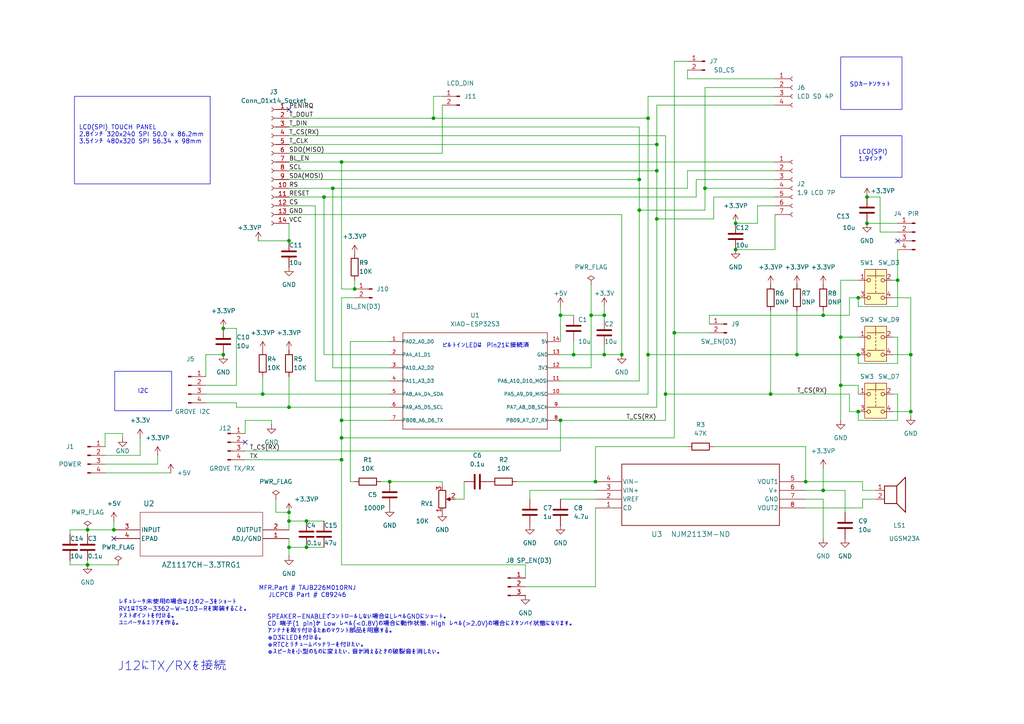
<source format=kicad_sch>
(kicad_sch (version 20250114) (generator "eeschema") (generator_version "9.0")
  (paper "A4")
  (title_block (title "piyopiyo-pcb") (date "2025-11-30") (rev "1.7") (company "piyopiyo.ex"))
  (lib_symbols
    (symbol "2024-02-19_05-27-28:NJM2113M-ND" (pin_names (offset 0.254))
      (property "Reference" "U" (at 30.48 10.16 0))
      (property "Value" "NJM2113M-ND" (at 30.48 7.62 0))
      (symbol "NJM2113M-ND_0_1"
        (pin unspecified line (at 0 0 0) (length 7.62) (name "CD") (number "1"))
        (pin power_in line (at 0 -2.54 0) (length 7.62) (name "VREF") (number "2"))
        (pin input line (at 0 -5.08 0) (length 7.62) (name "VIN+") (number "3"))
        (pin input line (at 0 -7.62 0) (length 7.62) (name "VIN-") (number "4"))
        (pin output line (at 60.96 0 180) (length 7.62) (name "VOUT2") (number "8"))
        (pin power_in line (at 60.96 -2.54 180) (length 7.62) (name "GND") (number "7"))
        (pin power_in line (at 60.96 -5.08 180) (length 7.62) (name "V+") (number "6"))
        (pin output line (at 60.96 -7.62 180) (length 7.62) (name "VOUT1") (number "5"))
      )
    )
    (symbol "2024-02-19_08-13-11:AZ1117CH-3.3TRG1" (pin_names (offset 0.254))
      (property "Reference" "U" (at 25.4 10.16 0))
      (property "Value" "AZ1117CH-3.3TRG1" (at 25.4 7.62 0))
      (symbol "AZ1117CH-3.3TRG1_0_1"
        (pin bidirectional line (at 0 0 0) (length 7.62) (name "ADJ/GND") (number "1"))
        (pin output line (at 0 -2.54 0) (length 7.62) (name "OUTPUT") (number "2"))
        (pin unspecified line (at 50.8 0 180) (length 7.62) (name "EPAD") (number "4"))
        (pin input line (at 50.8 -2.54 180) (length 7.62) (name "INPUT") (number "3"))
      )
    )
    (symbol "Connector:Conn_01x02_Pin" (pin_names (offset 1.016) (hide yes))
      (property "Reference" "J" (at 0 2.54 0))
      (property "Value" "Conn_01x02_Pin" (at 0 -5.08 0))
      (symbol "Conn_01x02_Pin_1_1"
        (pin passive line (at 5.08 0 180) (length 3.81) (name "Pin_1") (number "1"))
        (pin passive line (at 5.08 -2.54 180) (length 3.81) (name "Pin_2") (number "2"))
      )
    )
    (symbol "Connector:Conn_01x03_Pin" (pin_names (offset 1.016) (hide yes))
      (property "Reference" "J" (at 0 5.08 0))
      (property "Value" "Conn_01x03_Pin" (at 0 -5.08 0))
      (symbol "Conn_01x03_Pin_1_1"
        (pin passive line (at 5.08 2.54 180) (length 3.81) (name "Pin_1") (number "1"))
        (pin passive line (at 5.08 0 180) (length 3.81) (name "Pin_2") (number "2"))
        (pin passive line (at 5.08 -2.54 180) (length 3.81) (name "Pin_3") (number "3"))
      )
    )
    (symbol "Connector:Conn_01x04_Pin" (pin_names (offset 1.016) (hide yes))
      (property "Reference" "J" (at 0 5.08 0))
      (property "Value" "Conn_01x04_Pin" (at 0 -7.62 0))
      (symbol "Conn_01x04_Pin_1_1"
        (pin passive line (at 5.08 2.54 180) (length 3.81) (name "Pin_1") (number "1"))
        (pin passive line (at 5.08 0 180) (length 3.81) (name "Pin_2") (number "2"))
        (pin passive line (at 5.08 -2.54 180) (length 3.81) (name "Pin_3") (number "3"))
        (pin passive line (at 5.08 -5.08 180) (length 3.81) (name "Pin_4") (number "4"))
      )
    )
    (symbol "Connector:Conn_01x04_Socket" (pin_names (offset 1.016) (hide yes))
      (property "Reference" "J" (at 0 5.08 0))
      (property "Value" "Conn_01x04_Socket" (at 0 -7.62 0))
      (symbol "Conn_01x04_Socket_1_1"
        (pin passive line (at -5.08 2.54 0) (length 3.81) (name "Pin_1") (number "1"))
        (pin passive line (at -5.08 0 0) (length 3.81) (name "Pin_2") (number "2"))
        (pin passive line (at -5.08 -2.54 0) (length 3.81) (name "Pin_3") (number "3"))
        (pin passive line (at -5.08 -5.08 0) (length 3.81) (name "Pin_4") (number "4"))
      )
    )
    (symbol "Connector:Conn_01x07_Socket" (pin_names (offset 1.016) (hide yes))
      (property "Reference" "J" (at 0 10.16 0))
      (property "Value" "Conn_01x07_Socket" (at 0 -10.16 0))
      (symbol "Conn_01x07_Socket_1_1"
        (pin passive line (at -5.08 7.62 0) (length 3.81) (name "Pin_1") (number "1"))
        (pin passive line (at -5.08 5.08 0) (length 3.81) (name "Pin_2") (number "2"))
        (pin passive line (at -5.08 2.54 0) (length 3.81) (name "Pin_3") (number "3"))
        (pin passive line (at -5.08 0 0) (length 3.81) (name "Pin_4") (number "4"))
        (pin passive line (at -5.08 -2.54 0) (length 3.81) (name "Pin_5") (number "5"))
        (pin passive line (at -5.08 -5.08 0) (length 3.81) (name "Pin_6") (number "6"))
        (pin passive line (at -5.08 -7.62 0) (length 3.81) (name "Pin_7") (number "7"))
      )
    )
    (symbol "Connector:Conn_01x14_Socket" (pin_names (offset 1.016) (hide yes))
      (property "Reference" "J" (at 0 17.78 0))
      (property "Value" "Conn_01x14_Socket" (at 0 -20.32 0))
      (symbol "Conn_01x14_Socket_1_1"
        (pin passive line (at -5.08 15.24 0) (length 3.81) (name "Pin_1") (number "1"))
        (pin passive line (at -5.08 12.7 0) (length 3.81) (name "Pin_2") (number "2"))
        (pin passive line (at -5.08 10.16 0) (length 3.81) (name "Pin_3") (number "3"))
        (pin passive line (at -5.08 7.62 0) (length 3.81) (name "Pin_4") (number "4"))
        (pin passive line (at -5.08 5.08 0) (length 3.81) (name "Pin_5") (number "5"))
        (pin passive line (at -5.08 2.54 0) (length 3.81) (name "Pin_6") (number "6"))
        (pin passive line (at -5.08 0 0) (length 3.81) (name "Pin_7") (number "7"))
        (pin passive line (at -5.08 -2.54 0) (length 3.81) (name "Pin_8") (number "8"))
        (pin passive line (at -5.08 -5.08 0) (length 3.81) (name "Pin_9") (number "9"))
        (pin passive line (at -5.08 -7.62 0) (length 3.81) (name "Pin_10") (number "10"))
        (pin passive line (at -5.08 -10.16 0) (length 3.81) (name "Pin_11") (number "11"))
        (pin passive line (at -5.08 -12.7 0) (length 3.81) (name "Pin_12") (number "12"))
        (pin passive line (at -5.08 -15.24 0) (length 3.81) (name "Pin_13") (number "13"))
        (pin passive line (at -5.08 -17.78 0) (length 3.81) (name "Pin_14") (number "14"))
      )
    )
    (symbol "Device:C" (pin_numbers (hide yes)) (pin_names (offset 0.254))
      (property "Reference" "C" (at 0.635 2.54 0))
      (property "Value" "C" (at 0.635 -2.54 0))
      (symbol "C_1_1"
        (pin passive line (at 0 3.81 270) (length 2.794) (name "~") (number "1"))
        (pin passive line (at 0 -3.81 90) (length 2.794) (name "~") (number "2"))
      )
    )
    (symbol "Device:R" (pin_numbers (hide yes)) (pin_names (offset 0))
      (property "Reference" "R" (at 2.032 0 90))
      (property "Value" "R" (at 0 0 90))
      (symbol "R_1_1"
        (pin passive line (at 0 3.81 270) (length 1.27) (name "~") (number "1"))
        (pin passive line (at 0 -3.81 90) (length 1.27) (name "~") (number "2"))
      )
    )
    (symbol "Device:R_Potentiometer" (pin_names (offset 1.016) (hide yes))
      (property "Reference" "RV" (at -4.445 0 90))
      (property "Value" "R_Potentiometer" (at -2.54 0 90))
      (symbol "R_Potentiometer_1_1"
        (pin passive line (at 0 3.81 270) (length 1.27) (name "1") (number "1"))
        (pin passive line (at 0 -3.81 90) (length 1.27) (name "3") (number "3"))
        (pin passive line (at 3.81 0 180) (length 1.27) (name "2") (number "2"))
      )
    )
    (symbol "Device:Speaker" (pin_names (offset 0) (hide yes))
      (property "Reference" "LS" (at 1.27 5.715 0))
      (property "Value" "Speaker" (at 1.27 3.81 0))
      (symbol "Speaker_1_1"
        (pin input line (at -5.08 0 0) (length 2.54) (name "1") (number "1"))
        (pin input line (at -5.08 -2.54 0) (length 2.54) (name "2") (number "2"))
      )
    )
    (symbol "MOUDLE-SEEEDUINO-XIAO-ESP32C3:MOUDLE-SEEEDUINO-XIAO-ESP32C3" (pin_names (offset 1.016))
      (property "Reference" "U" (at -21.59 15.24 0))
      (property "Value" "MOUDLE-SEEEDUINO-XIAO-ESP32C3" (at -21.59 13.97 0))
      (symbol "MOUDLE-SEEEDUINO-XIAO-ESP32C3_0_0"
        (pin bidirectional line (at -25.4 11.43 0) (length 2.54) (name "PA02_A0_D0") (number "1"))
        (pin bidirectional line (at -25.4 7.62 0) (length 2.54) (name "PA4_A1_D1") (number "2"))
        (pin bidirectional line (at -25.4 3.81 0) (length 2.54) (name "PA10_A2_D2") (number "3"))
        (pin bidirectional line (at -25.4 0 0) (length 2.54) (name "PA11_A3_D3") (number "4"))
        (pin bidirectional line (at -25.4 -3.81 0) (length 2.54) (name "PA8_A4_D4_SDA") (number "5"))
        (pin bidirectional line (at -25.4 -7.62 0) (length 2.54) (name "PA9_A5_D5_SCL") (number "6"))
        (pin bidirectional line (at -25.4 -11.43 0) (length 2.54) (name "PB08_A6_D6_TX") (number "7"))
        (pin bidirectional line (at 24.13 11.43 180) (length 2.54) (name "5V") (number "14"))
        (pin bidirectional line (at 24.13 7.62 180) (length 2.54) (name "GND") (number "13"))
        (pin bidirectional line (at 24.13 3.81 180) (length 2.54) (name "3V3") (number "12"))
        (pin bidirectional line (at 24.13 0 180) (length 2.54) (name "PA6_A10_D10_MOSI") (number "11"))
        (pin bidirectional line (at 24.13 -3.81 180) (length 2.54) (name "PA5_A9_D9_MISO") (number "10"))
        (pin bidirectional line (at 24.13 -7.62 180) (length 2.54) (name "PA7_A8_D8_SCK") (number "9"))
        (pin bidirectional line (at 24.13 -11.43 180) (length 2.54) (name "PB09_A7_D7_RX") (number "8"))
      )
    )
    (symbol "Switch:SW_Push_Dual" (pin_names (offset 1.016) (hide yes))
      (property "Reference" "SW" (at 0 7.62 0))
      (property "Value" "SW_Push_Dual" (at 0 -6.35 0))
      (symbol "SW_Push_Dual_0_1"
        (pin passive line (at -5.08 2.54 0) (length 2.54) (name "1") (number "1"))
        (pin passive line (at -5.08 -2.54 0) (length 2.54) (name "3") (number "3"))
        (pin passive line (at 5.08 2.54 180) (length 2.54) (name "2") (number "2"))
        (pin passive line (at 5.08 -2.54 180) (length 2.54) (name "4") (number "4"))
      )
    )
    (symbol "power:+3.3V" (power) (pin_numbers (hide yes)) (pin_names (offset 0) (hide yes))
      (property "Value" "+3.3V" (at 0 3.556 0))
      (symbol "+3.3V_1_1"
        (pin power_in line (at 0 0 90) (length 0) (name "~") (number "1"))
      )
    )
    (symbol "power:+3.3VP" (power) (pin_numbers (hide yes)) (pin_names (offset 0) (hide yes))
      (property "Value" "+3.3VP" (at 0 3.556 0))
      (symbol "+3.3VP_0_0"
        (pin power_in line (at 0 0 90) (length 0) (name "~") (number "1"))
      )
    )
    (symbol "power:+5V" (power) (pin_numbers (hide yes)) (pin_names (offset 0) (hide yes))
      (property "Value" "+5V" (at 0 3.556 0))
      (symbol "+5V_1_1"
        (pin power_in line (at 0 0 90) (length 0) (name "~") (number "1"))
      )
    )
    (symbol "power:GND" (power) (pin_numbers (hide yes)) (pin_names (offset 0) (hide yes))
      (property "Value" "GND" (at 0 -3.81 0))
      (symbol "GND_1_1"
        (pin power_in line (at 0 0 270) (length 0) (name "~") (number "1"))
      )
    )
    (symbol "power:PWR_FLAG" (power) (pin_numbers (hide yes)) (pin_names (offset 0) (hide yes))
      (property "Value" "PWR_FLAG" (at 0 3.81 0))
      (symbol "PWR_FLAG_0_0"
        (pin power_out line (at 0 0 90) (length 0) (name "~") (number "1"))
      )
    )
  )
  (rectangle (start 243.84 16.51) (end 261.62 31.75))
  (rectangle (start 33.274 107.696) (end 49.784 119.126))
  (rectangle (start 243.84 39.37) (end 261.62 51.435))
  (rectangle (start 21.59 27.94) (end 60.96 53.34))
  (text "MFR.Part # TAJB226M010RNJ\nJLCPCB Part # C89246\n" (at 89.154 171.704 0) (effects (font (size 1.27 1.27))))
  (text "I2C" (at 39.878 114.3 0) (effects (font (size 1.27 1.27)) (justify left bottom)))
  (text "ビルトインLEDは　Pin21に接続済" (at 128.27 101.092 0) (effects (font (size 1.27 1.27)) (justify left bottom)))
  (text "レギュレータ未使用の場合はJ1の2-3をショート\nRV1はTSR-3362-W-103-Rを実装すること。\nテストポイントを付ける。\nユニバーサルエリアを作る。" (at 34.29 181.61 0) (effects (font (size 1.27 1.27)) (justify left bottom)))
  (text "LCD(SPI)\n1.9インチ" (at 248.92 46.99 0) (effects (font (size 1.27 1.27)) (justify left bottom)))
  (text "SPEAKER-ENABLEでコントロールしない場合はLレベルGNDにショート。\nCD 端子(1 pin)が Low レベル(<0.8V)の場合に動作状態、High レベル(>2.0V)の場合にスタンバイ状態になります。\nアンテナを取り付けるためのマウント部品を用意する。\n※D3にLEDを付ける。\n※RTCとリチュームバッテリーを付けたい。\n※スピーカを小型のものに変えたい、音が消えるときの破裂音を消したい。" (at 77.47 189.992 0) (effects (font (size 1.27 1.27)) (justify left bottom)))
  (text "LCD(SPI) TOUCH PANEL\n2.8インチ 320x240 SPI 50.0 x 86.2mm\n3.5インチ 480x320 SPI 56.34 x 98mm" (at 22.86 41.91 0) (effects (font (size 1.27 1.27)) (justify left bottom)))
  (text "J12にTX/RXを接続" (at 34.036 194.818 0) (effects (font (size 2.54 2.54)) (justify left bottom)))
  (text "SDカードソケット" (at 246.38 25.4 0) (effects (font (size 1.27 1.27)) (justify left bottom)))
  (junction (at 83.82 151.13))
  (junction (at 99.06 121.92))
  (junction (at 171.45 91.44))
  (junction (at 113.03 139.7))
  (junction (at 180.34 102.87))
  (junction (at 64.77 95.25))
  (junction (at 190.5 63.5))
  (junction (at 99.06 46.99))
  (junction (at 195.58 96.52))
  (junction (at 190.5 49.53))
  (junction (at 83.82 118.11))
  (junction (at 213.36 72.39))
  (junction (at 33.02 153.67))
  (junction (at 125.73 34.29))
  (junction (at 99.06 127))
  (junction (at 251.46 64.77))
  (junction (at 76.2 114.3))
  (junction (at 223.52 114.3))
  (junction (at 187.96 34.29))
  (junction (at 166.37 102.87))
  (junction (at 172.72 139.7))
  (junction (at 243.84 111.76))
  (junction (at 248.92 86.36))
  (junction (at 248.92 119.38))
  (junction (at 25.4 153.67))
  (junction (at 102.87 83.82))
  (junction (at 175.26 91.44))
  (junction (at 193.04 114.3))
  (junction (at 162.56 121.92))
  (junction (at 204.47 54.61))
  (junction (at 185.42 60.96))
  (junction (at 187.96 102.87))
  (junction (at 243.84 97.79))
  (junction (at 83.82 158.75))
  (junction (at 238.76 91.44))
  (junction (at 175.26 102.87))
  (junction (at 260.35 81.28))
  (junction (at 213.36 64.77))
  (junction (at 93.98 57.15))
  (junction (at 233.68 139.7))
  (junction (at 88.9 151.13))
  (junction (at 238.76 142.24))
  (junction (at 248.92 102.87))
  (junction (at 251.46 57.15))
  (junction (at 25.4 163.83))
  (junction (at 190.5 41.91))
  (junction (at 83.82 148.59))
  (junction (at 231.14 102.87))
  (junction (at 99.06 133.35))
  (junction (at 264.16 102.87))
  (junction (at 96.52 54.61))
  (junction (at 185.42 52.07))
  (junction (at 64.77 102.87))
  (junction (at 162.56 91.44))
  (junction (at 88.9 158.75))
  (junction (at 83.82 69.85))
  (junction (at 264.16 119.38))
  (no_connect (at 71.12 128.27))
  (no_connect (at 33.02 156.21))
  (no_connect (at 260.35 69.85))
  (no_connect (at 83.82 31.75))
  (wire (pts (xy 193.04 114.3) (xy 193.04 121.92)))
  (wire (pts (xy 162.56 121.92) (xy 162.56 130.81)))
  (wire (pts (xy 248.92 105.41) (xy 260.35 105.41)))
  (wire (pts (xy 190.5 63.5) (xy 190.5 118.11)))
  (wire (pts (xy 219.71 64.77) (xy 219.71 59.69)))
  (wire (pts (xy 83.82 59.69) (xy 91.44 59.69)))
  (wire (pts (xy 254 144.78) (xy 250.19 144.78)))
  (wire (pts (xy 83.82 118.11) (xy 113.03 118.11)))
  (wire (pts (xy 264.16 86.36) (xy 264.16 102.87)))
  (wire (pts (xy 171.45 91.44) (xy 171.45 106.68)))
  (wire (pts (xy 199.39 54.61) (xy 199.39 49.53)))
  (wire (pts (xy 68.58 111.76) (xy 59.69 111.76)))
  (wire (pts (xy 166.37 102.87) (xy 175.26 102.87)))
  (wire (pts (xy 102.87 86.36) (xy 99.06 86.36)))
  (wire (pts (xy 180.34 62.23) (xy 180.34 102.87)))
  (wire (pts (xy 96.52 106.68) (xy 113.03 106.68)))
  (wire (pts (xy 224.79 72.39) (xy 224.79 62.23)))
  (wire (pts (xy 153.67 142.24) (xy 153.67 144.78)))
  (wire (pts (xy 248.92 121.92) (xy 260.35 121.92)))
  (wire (pts (xy 96.52 54.61) (xy 96.52 106.68)))
  (wire (pts (xy 71.12 133.35) (xy 99.06 133.35)))
  (wire (pts (xy 93.98 57.15) (xy 83.82 57.15)))
  (wire (pts (xy 71.12 121.92) (xy 78.74 121.92)))
  (wire (pts (xy 190.5 41.91) (xy 190.5 49.53)))
  (wire (pts (xy 187.96 114.3) (xy 187.96 102.87)))
  (wire (pts (xy 101.6 99.06) (xy 113.03 99.06)))
  (wire (pts (xy 40.64 132.08) (xy 40.64 127)))
  (wire (pts (xy 162.56 91.44) (xy 162.56 99.06)))
  (wire (pts (xy 59.69 102.87) (xy 64.77 102.87)))
  (wire (pts (xy 83.82 109.22) (xy 83.82 118.11)))
  (wire (pts (xy 83.82 39.37) (xy 193.04 39.37)))
  (wire (pts (xy 101.6 99.06) (xy 101.6 139.7)))
  (wire (pts (xy 207.01 57.15) (xy 207.01 63.5)))
  (wire (pts (xy 99.06 86.36) (xy 99.06 121.92)))
  (wire (pts (xy 260.35 88.9) (xy 260.35 81.28)))
  (wire (pts (xy 238.76 144.78) (xy 238.76 156.21)))
  (wire (pts (xy 25.4 153.67) (xy 33.02 153.67)))
  (wire (pts (xy 171.45 91.44) (xy 175.26 91.44)))
  (wire (pts (xy 259.08 119.38) (xy 264.16 119.38)))
  (wire (pts (xy 78.74 121.92) (xy 78.74 123.19)))
  (wire (pts (xy 199.39 22.86) (xy 199.39 20.32)))
  (wire (pts (xy 30.48 137.16) (xy 49.53 137.16)))
  (wire (pts (xy 128.27 139.7) (xy 128.27 140.97)))
  (wire (pts (xy 233.68 142.24) (xy 238.76 142.24)))
  (wire (pts (xy 68.58 95.25) (xy 68.58 111.76)))
  (wire (pts (xy 259.08 114.3) (xy 260.35 114.3)))
  (wire (pts (xy 175.26 88.9) (xy 175.26 91.44)))
  (wire (pts (xy 162.56 118.11) (xy 190.5 118.11)))
  (wire (pts (xy 83.82 44.45) (xy 128.27 44.45)))
  (wire (pts (xy 99.06 133.35) (xy 99.06 163.83)))
  (wire (pts (xy 162.56 130.81) (xy 71.12 130.81)))
  (wire (pts (xy 30.48 134.62) (xy 45.72 134.62)))
  (wire (pts (xy 260.35 72.39) (xy 260.35 81.28)))
  (wire (pts (xy 260.35 105.41) (xy 260.35 97.79)))
  (wire (pts (xy 243.84 111.76) (xy 243.84 97.79)))
  (wire (pts (xy 195.58 17.78) (xy 195.58 96.52)))
  (wire (pts (xy 175.26 102.87) (xy 180.34 102.87)))
  (wire (pts (xy 25.4 153.67) (xy 25.4 154.94)))
  (wire (pts (xy 33.02 151.13) (xy 33.02 153.67)))
  (wire (pts (xy 20.32 153.67) (xy 25.4 153.67)))
  (wire (pts (xy 185.42 60.96) (xy 204.47 60.96)))
  (wire (pts (xy 162.56 88.9) (xy 162.56 91.44)))
  (wire (pts (xy 223.52 114.3) (xy 246.38 114.3)))
  (wire (pts (xy 248.92 102.87) (xy 248.92 105.41)))
  (wire (pts (xy 255.27 67.31) (xy 255.27 57.15)))
  (wire (pts (xy 207.01 129.54) (xy 233.68 129.54)))
  (wire (pts (xy 185.42 60.96) (xy 185.42 110.49)))
  (wire (pts (xy 190.5 49.53) (xy 190.5 63.5)))
  (wire (pts (xy 99.06 121.92) (xy 113.03 121.92)))
  (wire (pts (xy 246.38 91.44) (xy 246.38 86.36)))
  (wire (pts (xy 199.39 129.54) (xy 172.72 129.54)))
  (wire (pts (xy 251.46 64.77) (xy 260.35 64.77)))
  (wire (pts (xy 162.56 102.87) (xy 166.37 102.87)))
  (wire (pts (xy 30.48 132.08) (xy 40.64 132.08)))
  (wire (pts (xy 233.68 144.78) (xy 238.76 144.78)))
  (wire (pts (xy 260.35 67.31) (xy 255.27 67.31)))
  (wire (pts (xy 83.82 54.61) (xy 96.52 54.61)))
  (wire (pts (xy 152.4 170.18) (xy 172.72 170.18)))
  (wire (pts (xy 264.16 102.87) (xy 264.16 119.38)))
  (wire (pts (xy 187.96 34.29) (xy 187.96 102.87)))
  (wire (pts (xy 102.87 81.28) (xy 102.87 83.82)))
  (wire (pts (xy 83.82 36.83) (xy 185.42 36.83)))
  (wire (pts (xy 233.68 139.7) (xy 250.19 139.7)))
  (wire (pts (xy 59.69 114.3) (xy 76.2 114.3)))
  (wire (pts (xy 93.98 102.87) (xy 93.98 57.15)))
  (wire (pts (xy 238.76 91.44) (xy 246.38 91.44)))
  (wire (pts (xy 83.82 151.13) (xy 88.9 151.13)))
  (wire (pts (xy 199.39 49.53) (xy 224.79 49.53)))
  (wire (pts (xy 238.76 90.17) (xy 238.76 91.44)))
  (wire (pts (xy 30.48 125.73) (xy 35.56 125.73)))
  (wire (pts (xy 248.92 119.38) (xy 248.92 121.92)))
  (wire (pts (xy 80.01 144.78) (xy 80.01 148.59)))
  (wire (pts (xy 224.79 22.86) (xy 199.39 22.86)))
  (wire (pts (xy 162.56 144.78) (xy 172.72 144.78)))
  (wire (pts (xy 83.82 156.21) (xy 83.82 158.75)))
  (wire (pts (xy 175.26 91.44) (xy 175.26 92.71)))
  (wire (pts (xy 243.84 97.79) (xy 248.92 97.79)))
  (wire (pts (xy 264.16 119.38) (xy 264.16 120.65)))
  (wire (pts (xy 213.36 72.39) (xy 224.79 72.39)))
  (wire (pts (xy 250.19 142.24) (xy 254 142.24)))
  (wire (pts (xy 71.12 125.73) (xy 71.12 121.92)))
  (wire (pts (xy 231.14 90.17) (xy 231.14 102.87)))
  (wire (pts (xy 96.52 54.61) (xy 199.39 54.61)))
  (wire (pts (xy 223.52 90.17) (xy 223.52 114.3)))
  (wire (pts (xy 205.74 96.52) (xy 195.58 96.52)))
  (wire (pts (xy 153.67 142.24) (xy 172.72 142.24)))
  (wire (pts (xy 190.5 30.48) (xy 224.79 30.48)))
  (wire (pts (xy 83.82 34.29) (xy 125.73 34.29)))
  (wire (pts (xy 190.5 41.91) (xy 190.5 30.48)))
  (wire (pts (xy 250.19 139.7) (xy 250.19 142.24)))
  (wire (pts (xy 238.76 91.44) (xy 205.74 91.44)))
  (wire (pts (xy 172.72 147.32) (xy 172.72 170.18)))
  (wire (pts (xy 162.56 114.3) (xy 187.96 114.3)))
  (wire (pts (xy 190.5 63.5) (xy 207.01 63.5)))
  (wire (pts (xy 152.4 163.83) (xy 152.4 167.64)))
  (wire (pts (xy 259.08 86.36) (xy 264.16 86.36)))
  (wire (pts (xy 20.32 163.83) (xy 25.4 163.83)))
  (wire (pts (xy 199.39 17.78) (xy 195.58 17.78)))
  (wire (pts (xy 20.32 162.56) (xy 20.32 163.83)))
  (wire (pts (xy 74.93 69.85) (xy 83.82 69.85)))
  (wire (pts (xy 260.35 97.79) (xy 259.08 97.79)))
  (wire (pts (xy 128.27 30.48) (xy 128.27 44.45)))
  (wire (pts (xy 113.03 139.7) (xy 128.27 139.7)))
  (wire (pts (xy 128.27 27.94) (xy 125.73 27.94)))
  (wire (pts (xy 99.06 127) (xy 99.06 133.35)))
  (wire (pts (xy 248.92 86.36) (xy 248.92 88.9)))
  (wire (pts (xy 260.35 121.92) (xy 260.35 114.3)))
  (wire (pts (xy 185.42 52.07) (xy 185.42 60.96)))
  (wire (pts (xy 233.68 147.32) (xy 250.19 147.32)))
  (wire (pts (xy 34.29 163.83) (xy 25.4 163.83)))
  (wire (pts (xy 83.82 46.99) (xy 99.06 46.99)))
  (wire (pts (xy 99.06 127) (xy 195.58 127)))
  (wire (pts (xy 204.47 25.4) (xy 204.47 54.61)))
  (wire (pts (xy 125.73 27.94) (xy 125.73 34.29)))
  (wire (pts (xy 68.58 118.11) (xy 83.82 118.11)))
  (wire (pts (xy 243.84 97.79) (xy 243.84 81.28)))
  (wire (pts (xy 243.84 121.92) (xy 243.84 111.76)))
  (wire (pts (xy 243.84 81.28) (xy 248.92 81.28)))
  (wire (pts (xy 259.08 102.87) (xy 264.16 102.87)))
  (wire (pts (xy 113.03 102.87) (xy 93.98 102.87)))
  (wire (pts (xy 201.93 57.15) (xy 201.93 52.07)))
  (wire (pts (xy 246.38 119.38) (xy 248.92 119.38)))
  (wire (pts (xy 248.92 111.76) (xy 248.92 114.3)))
  (wire (pts (xy 246.38 114.3) (xy 246.38 119.38)))
  (wire (pts (xy 171.45 106.68) (xy 162.56 106.68)))
  (wire (pts (xy 93.98 57.15) (xy 201.93 57.15)))
  (wire (pts (xy 25.4 162.56) (xy 25.4 163.83)))
  (wire (pts (xy 134.62 144.78) (xy 134.62 139.7)))
  (wire (pts (xy 59.69 109.22) (xy 59.69 102.87)))
  (wire (pts (xy 243.84 111.76) (xy 248.92 111.76)))
  (wire (pts (xy 83.82 148.59) (xy 83.82 151.13)))
  (wire (pts (xy 175.26 100.33) (xy 175.26 102.87)))
  (wire (pts (xy 88.9 151.13) (xy 93.98 151.13)))
  (wire (pts (xy 35.56 125.73) (xy 35.56 127)))
  (wire (pts (xy 193.04 39.37) (xy 193.04 114.3)))
  (wire (pts (xy 193.04 114.3) (xy 223.52 114.3)))
  (wire (pts (xy 132.08 144.78) (xy 134.62 144.78)))
  (wire (pts (xy 30.48 125.73) (xy 30.48 129.54)))
  (wire (pts (xy 45.72 134.62) (xy 45.72 132.08)))
  (wire (pts (xy 99.06 46.99) (xy 99.06 83.82)))
  (wire (pts (xy 99.06 46.99) (xy 224.79 46.99)))
  (wire (pts (xy 83.82 69.85) (xy 83.82 64.77)))
  (wire (pts (xy 91.44 59.69) (xy 91.44 110.49)))
  (wire (pts (xy 64.77 95.25) (xy 68.58 95.25)))
  (wire (pts (xy 224.79 25.4) (xy 204.47 25.4)))
  (wire (pts (xy 224.79 57.15) (xy 207.01 57.15)))
  (wire (pts (xy 251.46 57.15) (xy 255.27 57.15)))
  (wire (pts (xy 185.42 36.83) (xy 185.42 52.07)))
  (wire (pts (xy 238.76 142.24) (xy 238.76 135.89)))
  (wire (pts (xy 83.82 41.91) (xy 190.5 41.91)))
  (wire (pts (xy 80.01 148.59) (xy 83.82 148.59)))
  (wire (pts (xy 231.14 102.87) (xy 248.92 102.87)))
  (wire (pts (xy 245.11 142.24) (xy 245.11 148.59)))
  (wire (pts (xy 187.96 102.87) (xy 231.14 102.87)))
  (wire (pts (xy 68.58 116.84) (xy 68.58 118.11)))
  (wire (pts (xy 149.86 139.7) (xy 172.72 139.7)))
  (wire (pts (xy 99.06 121.92) (xy 99.06 127)))
  (wire (pts (xy 88.9 158.75) (xy 93.98 158.75)))
  (wire (pts (xy 83.82 158.75) (xy 88.9 158.75)))
  (wire (pts (xy 204.47 54.61) (xy 204.47 60.96)))
  (wire (pts (xy 224.79 54.61) (xy 204.47 54.61)))
  (wire (pts (xy 110.49 139.7) (xy 113.03 139.7)))
  (wire (pts (xy 193.04 121.92) (xy 162.56 121.92)))
  (wire (pts (xy 83.82 49.53) (xy 190.5 49.53)))
  (wire (pts (xy 201.93 52.07) (xy 224.79 52.07)))
  (wire (pts (xy 213.36 64.77) (xy 219.71 64.77)))
  (wire (pts (xy 101.6 139.7) (xy 102.87 139.7)))
  (wire (pts (xy 205.74 91.44) (xy 205.74 93.98)))
  (wire (pts (xy 83.82 151.13) (xy 83.82 153.67)))
  (wire (pts (xy 83.82 62.23) (xy 180.34 62.23)))
  (wire (pts (xy 187.96 27.94) (xy 224.79 27.94)))
  (wire (pts (xy 91.44 110.49) (xy 113.03 110.49)))
  (wire (pts (xy 250.19 144.78) (xy 250.19 147.32)))
  (wire (pts (xy 99.06 163.83) (xy 152.4 163.83)))
  (wire (pts (xy 260.35 81.28) (xy 259.08 81.28)))
  (wire (pts (xy 238.76 142.24) (xy 245.11 142.24)))
  (wire (pts (xy 246.38 86.36) (xy 248.92 86.36)))
  (wire (pts (xy 171.45 82.55) (xy 171.45 91.44)))
  (wire (pts (xy 172.72 129.54) (xy 172.72 139.7)))
  (wire (pts (xy 83.82 52.07) (xy 185.42 52.07)))
  (wire (pts (xy 99.06 83.82) (xy 102.87 83.82)))
  (wire (pts (xy 83.82 158.75) (xy 83.82 161.29)))
  (wire (pts (xy 248.92 88.9) (xy 260.35 88.9)))
  (wire (pts (xy 20.32 154.94) (xy 20.32 153.67)))
  (wire (pts (xy 162.56 110.49) (xy 185.42 110.49)))
  (wire (pts (xy 162.56 91.44) (xy 166.37 91.44)))
  (wire (pts (xy 219.71 59.69) (xy 224.79 59.69)))
  (wire (pts (xy 187.96 34.29) (xy 125.73 34.29)))
  (wire (pts (xy 166.37 99.06) (xy 166.37 102.87)))
  (wire (pts (xy 76.2 114.3) (xy 113.03 114.3)))
  (wire (pts (xy 195.58 96.52) (xy 195.58 127)))
  (wire (pts (xy 59.69 116.84) (xy 68.58 116.84)))
  (wire (pts (xy 187.96 34.29) (xy 187.96 27.94)))
  (wire (pts (xy 76.2 109.22) (xy 76.2 114.3)))
  (wire (pts (xy 233.68 129.54) (xy 233.68 139.7)))
  (label "T_CS(RX)" (at 72.39 130.81 0))
  (label "T_DOUT" (at 83.82 34.29 0))
  (label "BL_EN" (at 83.82 46.99 0))
  (label "PENIRQ" (at 83.82 31.75 0))
  (label "T_CLK" (at 83.82 41.91 0))
  (label "GND" (at 83.82 62.23 0))
  (label "CS" (at 83.82 59.69 0))
  (label "RS" (at 83.82 54.61 0))
  (label "T_CS(RX)" (at 231.14 114.3 0))
  (label "SDA(MOSI)" (at 83.82 52.07 0))
  (label "T_CS(RX)" (at 83.82 39.37 0))
  (label "TX" (at 72.39 133.35 0))
  (label "T_DIN" (at 83.82 36.83 0))
  (label "RESET" (at 83.82 57.15 0))
  (label "VCC" (at 83.82 64.77 0))
  (label "SDO(MISO)" (at 83.82 44.45 0))
  (label "T_CS(RX)" (at 181.61 121.92 0))
  (label "SCL" (at 83.82 49.53 0))
  (symbol (lib_id "power:+3.3VP") (at 223.52 82.55 0) (unit 1)
    (property "Reference" "#PWR026" (effects (hide yes)))
    (property "Value" "+3.3VP" (at 223.52 77.47 0))
    (property "Description" "Power symbol creates a global label with name \"+3.3VP\"" (effects (hide yes)))
  )
  (symbol (lib_id "power:GND") (at 128.27 148.59 0) (unit 1)
    (property "Reference" "#PWR017" (effects (hide yes)))
    (property "Value" "GND" (at 128.27 153.67 0))
    (property "Description" "Power symbol creates a global label with name \"GND\" , ground" (effects (hide yes)))
  )
  (symbol (lib_id "Device:C") (at 138.43 139.7 90) (unit 1)
    (property "Reference" "C6" (at 138.43 132.08 90))
    (property "Value" "0.1u" (at 138.43 134.62 90))
    (property "Footprint" "Capacitor_SMD:C_0603_1608Metric_Pad1.08x0.95mm_HandSolder" (effects (hide yes)))
    (property "Description" "Unpolarized capacitor" (effects (hide yes)))
  )
  (symbol (lib_id "power:+3.3V") (at 175.26 88.9 0) (unit 1)
    (property "Reference" "#PWR022" (effects (hide yes)))
    (property "Value" "+3.3V" (at 175.26 85.09 0))
    (property "Description" "Power symbol creates a global label with name \"+3.3V\"" (effects (hide yes)))
  )
  (symbol (lib_id "power:GND") (at 238.76 156.21 0) (unit 1)
    (property "Reference" "#PWR030" (effects (hide yes)))
    (property "Value" "GND" (at 238.76 161.29 0))
    (property "Description" "Power symbol creates a global label with name \"GND\" , ground" (effects (hide yes)))
  )
  (symbol (lib_id "power:+3.3VP") (at 213.36 64.77 0) (unit 1)
    (property "Reference" "#PWR024" (effects (hide yes)))
    (property "Value" "+3.3VP" (at 213.36 59.69 0))
    (property "Description" "Power symbol creates a global label with name \"+3.3VP\"" (effects (hide yes)))
  )
  (symbol (lib_id "Device:R_Potentiometer") (at 128.27 144.78 0) (mirror x) (unit 1)
    (property "Reference" "RV1" (at 125.73 146.05 0) (effects (justify right)))
    (property "Value" "10K" (at 124.46 151.13 0) (effects (justify right)))
    (property "Footprint" "Potentiometer_THT:Potentiometer_ACP_CA6-H2,5_Horizontal" (effects (hide yes)))
    (property "Description" "Potentiometer" (effects (hide yes)))
  )
  (symbol (lib_id "Switch:SW_Push_Dual") (at 254 116.84 0) (unit 1)
    (property "Reference" "SW3" (at 251.46 109.22 0))
    (property "Value" "SW_D7" (at 257.81 109.22 0))
    (property "Footprint" "UGSM23A:TVGP01-G73BB" (effects (hide yes)))
    (property "Description" "Push button switch, generic, symbol, four pins" (effects (hide yes)))
  )
  (symbol (lib_id "power:GND") (at 245.11 156.21 0) (unit 1)
    (property "Reference" "#PWR031" (effects (hide yes)))
    (property "Value" "GND" (at 245.11 161.29 0))
    (property "Description" "Power symbol creates a global label with name \"GND\" , ground" (effects (hide yes)))
  )
  (symbol (lib_id "power:GND") (at 243.84 121.92 0) (unit 1)
    (property "Reference" "#PWR033" (effects (hide yes)))
    (property "Value" "GND" (at 243.84 127 0))
    (property "Description" "Power symbol creates a global label with name \"GND\" , ground" (effects (hide yes)))
  )
  (symbol (lib_id "2024-02-19_05-27-28:NJM2113M-ND") (at 172.72 147.32 0) (mirror x) (unit 1)
    (property "Reference" "U3" (at 190.5 154.94 0) (effects (font (size 1.524 1.524))))
    (property "Value" "NJM2113M-ND" (at 203.2 154.94 0) (effects (font (size 1.524 1.524))))
    (property "Footprint" "footprints:NJR-DMP8_NJR" (effects (hide yes)))
    (property "Datasheet" "NJM2113M-ND" (effects (hide yes)))
  )
  (symbol (lib_id "Device:C") (at 88.9 154.94 0) (unit 1)
    (property "Reference" "C4" (at 88.9 152.4 0) (effects (justify left)))
    (property "Value" "0.1u" (at 88.9 157.48 0) (effects (justify left)))
    (property "Footprint" "Capacitor_SMD:C_0603_1608Metric_Pad1.08x0.95mm_HandSolder" (effects (hide yes)))
    (property "Description" "Unpolarized capacitor" (effects (hide yes)))
  )
  (symbol (lib_id "Switch:SW_Push_Dual") (at 254 100.33 0) (unit 1)
    (property "Reference" "SW2" (at 251.46 92.71 0))
    (property "Value" "SW_D9" (at 257.81 92.71 0))
    (property "Footprint" "UGSM23A:TVGP01-G73BB" (effects (hide yes)))
    (property "Description" "Push button switch, generic, symbol, four pins" (effects (hide yes)))
  )
  (symbol (lib_id "Connector:Conn_01x02_Pin") (at 107.95 83.82 0) (mirror y) (unit 1)
    (property "Reference" "J10" (at 109.22 83.82 0) (effects (justify right)))
    (property "Value" "BL_EN(D3)" (at 100.33 88.9 0) (effects (justify right)))
    (property "Footprint" "Connector_PinHeader_2.54mm:PinHeader_1x02_P2.54mm_Vertical" (effects (hide yes)))
    (property "Description" "Generic connector, single row, 01x02, script generated" (effects (hide yes)))
  )
  (symbol (lib_id "power:GND") (at 213.36 72.39 0) (unit 1)
    (property "Reference" "#PWR025" (effects (hide yes)))
    (property "Value" "GND" (at 213.36 77.47 0))
    (property "Description" "Power symbol creates a global label with name \"GND\" , ground" (effects (hide yes)))
  )
  (symbol (lib_id "Connector:Conn_01x02_Pin") (at 210.82 93.98 0) (mirror y) (unit 1)
    (property "Reference" "J9" (at 212.09 93.98 0) (effects (justify right)))
    (property "Value" "SW_EN(D3)" (at 203.2 99.06 0) (effects (justify right)))
    (property "Footprint" "Connector_PinHeader_2.54mm:PinHeader_1x02_P2.54mm_Vertical" (effects (hide yes)))
    (property "Description" "Generic connector, single row, 01x02, script generated" (effects (hide yes)))
  )
  (symbol (lib_id "Connector:Conn_01x03_Pin") (at 147.32 170.18 0) (unit 1)
    (property "Reference" "J8" (at 147.955 162.56 0))
    (property "Value" "SP_EN(D3)" (at 154.94 162.56 0))
    (property "Footprint" "Connector_PinHeader_2.54mm:PinHeader_1x03_P2.54mm_Vertical" (effects (hide yes)))
    (property "Description" "Generic connector, single row, 01x03, script generated" (effects (hide yes)))
  )
  (symbol (lib_id "power:GND") (at 152.4 172.72 0) (unit 1)
    (property "Reference" "#PWR018" (effects (hide yes)))
    (property "Value" "GND" (at 152.4 177.8 0))
    (property "Description" "Power symbol creates a global label with name \"GND\" , ground" (effects (hide yes)))
  )
  (symbol (lib_id "power:+3.3VP") (at 238.76 135.89 0) (unit 1)
    (property "Reference" "#PWR029" (effects (hide yes)))
    (property "Value" "+3.3VP" (at 238.76 130.81 0))
    (property "Description" "Power symbol creates a global label with name \"+3.3VP\"" (effects (hide yes)))
  )
  (symbol (lib_id "power:+3.3VP") (at 238.76 82.55 0) (unit 1)
    (property "Reference" "#PWR028" (effects (hide yes)))
    (property "Value" "+3.3VP" (at 238.76 77.47 0))
    (property "Description" "Power symbol creates a global label with name \"+3.3VP\"" (effects (hide yes)))
  )
  (symbol (lib_id "Device:Speaker") (at 259.08 142.24 0) (unit 1)
    (property "Reference" "LS1" (at 259.08 152.4 0) (effects (justify left)))
    (property "Value" "UGSM23A" (at 257.81 156.21 0) (effects (justify left)))
    (property "Footprint" "UGSM23A:UGSM23A" (effects (hide yes)))
    (property "Description" "Speaker" (effects (hide yes)))
  )
  (symbol (lib_id "power:GND") (at 264.16 120.65 0) (unit 1)
    (property "Reference" "#PWR032" (effects (hide yes)))
    (property "Value" "GND" (at 264.16 125.73 0))
    (property "Description" "Power symbol creates a global label with name \"GND\" , ground" (effects (hide yes)))
  )
  (symbol (lib_id "Device:C") (at 166.37 95.25 0) (unit 1)
    (property "Reference" "C1" (at 167.64 92.71 0) (effects (justify left)))
    (property "Value" "10u" (at 167.64 99.06 0) (effects (justify left)))
    (property "Footprint" "Capacitor_SMD:C_0603_1608Metric_Pad1.08x0.95mm_HandSolder" (effects (hide yes)))
    (property "Description" "Unpolarized capacitor" (effects (hide yes)))
  )
  (symbol (lib_id "power:+3.3VP") (at 45.72 132.08 0) (unit 1)
    (property "Reference" "#PWR05" (effects (hide yes)))
    (property "Value" "+3.3VP" (at 45.72 127 0))
    (property "Description" "Power symbol creates a global label with name \"+3.3VP\"" (effects (hide yes)))
  )
  (symbol (lib_id "Device:R") (at 238.76 86.36 0) (unit 1)
    (property "Reference" "R8" (at 240.03 85.09 0) (effects (justify left)))
    (property "Value" "DNP" (at 240.03 87.63 0) (effects (justify left)))
    (property "Footprint" "Resistor_SMD:R_0603_1608Metric_Pad0.98x0.95mm_HandSolder" (effects (hide yes)))
    (property "Description" "Resistor" (effects (hide yes)))
  )
  (symbol (lib_id "Connector:Conn_01x14_Socket") (at 78.74 46.99 0) (mirror y) (unit 1)
    (property "Reference" "J3" (at 79.375 26.67 0))
    (property "Value" "Conn_01x14_Socket" (at 79.375 29.21 0))
    (property "Footprint" "Connector_PinSocket_2.54mm:PinSocket_1x14_P2.54mm_Vertical" (effects (hide yes)))
    (property "Description" "Generic connector, single row, 01x14, script generated" (effects (hide yes)))
  )
  (symbol (lib_id "power:+3.3V") (at 40.64 127 0) (unit 1)
    (property "Reference" "#PWR04" (effects (hide yes)))
    (property "Value" "+3.3V" (at 40.64 121.92 0))
    (property "Description" "Power symbol creates a global label with name \"+3.3V\"" (effects (hide yes)))
  )
  (symbol (lib_id "power:+3.3VP") (at 83.82 148.59 0) (unit 1)
    (property "Reference" "#PWR013" (effects (hide yes)))
    (property "Value" "+3.3VP" (at 88.9 144.78 0))
    (property "Description" "Power symbol creates a global label with name \"+3.3VP\"" (effects (hide yes)))
  )
  (symbol (lib_id "MOUDLE-SEEEDUINO-XIAO-ESP32C3:MOUDLE-SEEEDUINO-XIAO-ESP32C3") (at 138.43 110.49 0) (unit 1)
    (property "Reference" "U1" (at 137.795 91.44 0))
    (property "Value" "XIAO-ESP32S3" (at 137.795 93.98 0))
    (property "Footprint" "xiao ESP32C3_PCB:MOUDLE14P-SMD-2.54-21X17.8MM-S3" (effects (hide yes)))
  )
  (symbol (lib_id "power:+5V") (at 33.02 151.13 0) (unit 1)
    (property "Reference" "#PWR03" (effects (hide yes)))
    (property "Value" "+5V" (at 33.02 146.05 0))
    (property "Description" "Power symbol creates a global label with name \"+5V\"" (effects (hide yes)))
  )
  (symbol (lib_id "Connector:Conn_01x04_Socket") (at 229.87 25.4 0) (unit 1)
    (property "Reference" "J6" (at 231.14 25.3999 0) (effects (justify left)))
    (property "Value" "LCD SD 4P" (at 231.14 27.9399 0) (effects (justify left)))
    (property "Footprint" "Connector_PinSocket_2.54mm:PinSocket_1x04_P2.54mm_Vertical" (effects (hide yes)))
    (property "Description" "Generic connector, single row, 01x04, script generated" (effects (hide yes)))
  )
  (symbol (lib_id "Connector:Conn_01x04_Pin") (at 54.61 111.76 0) (unit 1)
    (property "Reference" "J5" (at 55.245 104.14 0))
    (property "Value" "GROVE I2C" (at 55.88 119.38 0))
    (property "Footprint" "Connector:NS-Tech_Grove_1x04_P2mm_Vertical" (effects (hide yes)))
    (property "Description" "Generic connector, single row, 01x04, script generated" (effects (hide yes)))
  )
  (symbol (lib_id "power:+5V") (at 162.56 88.9 0) (unit 1)
    (property "Reference" "#PWR020" (effects (hide yes)))
    (property "Value" "+5V" (at 162.56 85.09 0))
    (property "Description" "Power symbol creates a global label with name \"+5V\"" (effects (hide yes)))
  )
  (symbol (lib_id "power:+3.3VP") (at 251.46 57.15 0) (unit 1)
    (property "Reference" "#PWR034" (effects (hide yes)))
    (property "Value" "+3.3VP" (at 256.032 55.372 0))
    (property "Description" "Power symbol creates a global label with name \"+3.3VP\"" (effects (hide yes)))
  )
  (symbol (lib_id "power:GND") (at 83.82 161.29 0) (unit 1)
    (property "Reference" "#PWR014" (effects (hide yes)))
    (property "Value" "GND" (at 83.82 166.37 0))
    (property "Description" "Power symbol creates a global label with name \"GND\" , ground" (effects (hide yes)))
  )
  (symbol (lib_id "Connector:Conn_01x04_Pin") (at 66.04 128.27 0) (unit 1)
    (property "Reference" "J12" (at 65.278 124.206 0))
    (property "Value" "GROVE TX/RX" (at 67.31 135.89 0))
    (property "Footprint" "Connector:NS-Tech_Grove_1x04_P2mm_Vertical" (effects (hide yes)))
    (property "Description" "Generic connector, single row, 01x04, script generated" (effects (hide yes)))
  )
  (symbol (lib_id "power:+3.3VP") (at 74.93 69.85 0) (unit 1)
    (property "Reference" "#PWR07" (effects (hide yes)))
    (property "Value" "+3.3VP" (at 72.39 66.04 0))
    (property "Description" "Power symbol creates a global label with name \"+3.3VP\"" (effects (hide yes)))
  )
  (symbol (lib_id "Device:R") (at 146.05 139.7 90) (unit 1)
    (property "Reference" "R2" (at 146.05 133.35 90))
    (property "Value" "10K" (at 146.05 135.89 90))
    (property "Footprint" "Resistor_SMD:R_0603_1608Metric_Pad0.98x0.95mm_HandSolder" (effects (hide yes)))
    (property "Description" "Resistor" (effects (hide yes)))
  )
  (symbol (lib_id "Device:C") (at 162.56 148.59 0) (unit 1)
    (property "Reference" "C8" (at 166.37 147.3199 0) (effects (justify left)))
    (property "Value" "4.7u" (at 166.37 149.8599 0) (effects (justify left)))
    (property "Footprint" "Capacitor_SMD:C_0603_1608Metric_Pad1.08x0.95mm_HandSolder" (effects (hide yes)))
    (property "Description" "Unpolarized capacitor" (effects (hide yes)))
  )
  (symbol (lib_id "Device:C") (at 213.36 68.58 0) (unit 1)
    (property "Reference" "C12" (at 213.36 66.04 0) (effects (justify left)))
    (property "Value" "10u" (at 213.36 71.12 0) (effects (justify left)))
    (property "Footprint" "Capacitor_SMD:C_0603_1608Metric_Pad1.08x0.95mm_HandSolder" (effects (hide yes)))
    (property "Description" "Unpolarized capacitor" (effects (hide yes)))
  )
  (symbol (lib_id "power:GND") (at 64.77 102.87 0) (unit 1)
    (property "Reference" "#PWR010" (effects (hide yes)))
    (property "Value" "GND" (at 64.77 107.95 0))
    (property "Description" "Power symbol creates a global label with name \"GND\" , ground" (effects (hide yes)))
  )
  (symbol (lib_id "Device:C") (at 93.98 154.94 0) (unit 1)
    (property "Reference" "C15" (at 93.98 152.4 0) (effects (justify left)))
    (property "Value" "47u" (at 93.98 157.48 0) (effects (justify left)))
    (property "Footprint" "Capacitor_SMD:C_0805_2012Metric_Pad1.18x1.45mm_HandSolder" (effects (hide yes)))
    (property "Description" "Unpolarized capacitor" (effects (hide yes)))
  )
  (symbol (lib_id "power:GND") (at 251.46 64.77 0) (unit 1)
    (property "Reference" "#PWR035" (effects (hide yes)))
    (property "Value" "GND" (at 251.46 69.85 0))
    (property "Description" "Power symbol creates a global label with name \"GND\" , ground" (effects (hide yes)))
  )
  (symbol (lib_id "Switch:SW_Push_Dual") (at 254 83.82 0) (unit 1)
    (property "Reference" "SW1" (at 251.46 76.2 0))
    (property "Value" "SW_D3" (at 257.81 76.2 0))
    (property "Footprint" "UGSM23A:TVGP01-G73BB" (effects (hide yes)))
    (property "Description" "Push button switch, generic, symbol, four pins" (effects (hide yes)))
  )
  (symbol (lib_id "Device:R") (at 223.52 86.36 0) (unit 1)
    (property "Reference" "R6" (at 224.79 85.09 0) (effects (justify left)))
    (property "Value" "DNP" (at 224.79 87.63 0) (effects (justify left)))
    (property "Footprint" "Resistor_SMD:R_0603_1608Metric_Pad0.98x0.95mm_HandSolder" (effects (hide yes)))
    (property "Description" "Resistor" (effects (hide yes)))
  )
  (symbol (lib_id "Connector:Conn_01x02_Pin") (at 133.35 27.94 0) (mirror y) (unit 1)
    (property "Reference" "J11" (at 134.62 27.94 0) (effects (justify right)))
    (property "Value" "LCD_DIN" (at 129.54 24.13 0) (effects (justify right)))
    (property "Footprint" "Connector_PinHeader_2.54mm:PinHeader_1x02_P2.54mm_Vertical" (effects (hide yes)))
    (property "Description" "Generic connector, single row, 01x02, script generated" (effects (hide yes)))
  )
  (symbol (lib_id "power:+3.3VP") (at 76.2 101.6 0) (unit 1)
    (property "Reference" "#PWR011" (effects (hide yes)))
    (property "Value" "+3.3VP" (at 76.2 96.52 0))
    (property "Description" "Power symbol creates a global label with name \"+3.3VP\"" (effects (hide yes)))
  )
  (symbol (lib_id "power:+5V") (at 49.53 137.16 0) (unit 1)
    (property "Reference" "#PWR06" (effects (hide yes)))
    (property "Value" "+5V" (at 53.34 137.16 0))
    (property "Description" "Power symbol creates a global label with name \"+5V\"" (effects (hide yes)))
  )
  (symbol (lib_id "Device:C") (at 113.03 143.51 0) (unit 1)
    (property "Reference" "C5" (at 106.68 143.51 0) (effects (justify left)))
    (property "Value" "1000P" (at 105.41 147.32 0) (effects (justify left)))
    (property "Footprint" "Capacitor_SMD:C_0603_1608Metric_Pad1.08x0.95mm_HandSolder" (effects (hide yes)))
    (property "Description" "Unpolarized capacitor" (effects (hide yes)))
  )
  (symbol (lib_id "Device:C") (at 251.46 60.96 0) (unit 1)
    (property "Reference" "C13" (at 242.57 62.738 0) (effects (justify left)))
    (property "Value" "10u" (at 244.348 66.04 0) (effects (justify left)))
    (property "Footprint" "Capacitor_SMD:C_0603_1608Metric_Pad1.08x0.95mm_HandSolder" (effects (hide yes)))
    (property "Description" "Unpolarized capacitor" (effects (hide yes)))
  )
  (symbol (lib_id "power:PWR_FLAG") (at 80.01 144.78 0) (unit 1)
    (property "Reference" "#FLG03" (effects (hide yes)))
    (property "Value" "PWR_FLAG" (at 80.01 139.7 0))
    (property "Description" "Special symbol for telling ERC where power comes from" (effects (hide yes)))
  )
  (symbol (lib_id "Device:C") (at 175.26 96.52 0) (unit 1)
    (property "Reference" "C2" (at 175.26 93.98 0) (effects (justify left)))
    (property "Value" "10u" (at 175.26 99.06 0) (effects (justify left)))
    (property "Footprint" "Capacitor_SMD:C_0603_1608Metric_Pad1.08x0.95mm_HandSolder" (effects (hide yes)))
    (property "Description" "Unpolarized capacitor" (effects (hide yes)))
  )
  (symbol (lib_id "power:PWR_FLAG") (at 171.45 82.55 0) (unit 1)
    (property "Reference" "#FLG04" (effects (hide yes)))
    (property "Value" "PWR_FLAG" (at 171.45 77.47 0))
    (property "Description" "Special symbol for telling ERC where power comes from" (effects (hide yes)))
  )
  (symbol (lib_id "power:+3.3VP") (at 64.77 95.25 0) (unit 1)
    (property "Reference" "#PWR09" (effects (hide yes)))
    (property "Value" "+3.3VP" (at 64.77 90.17 0))
    (property "Description" "Power symbol creates a global label with name \"+3.3VP\"" (effects (hide yes)))
  )
  (symbol (lib_id "power:GND") (at 180.34 102.87 0) (unit 1)
    (property "Reference" "#PWR023" (effects (hide yes)))
    (property "Value" "GND" (at 180.34 107.95 0))
    (property "Description" "Power symbol creates a global label with name \"GND\" , ground" (effects (hide yes)))
  )
  (symbol (lib_id "Connector:Conn_01x04_Pin") (at 25.4 132.08 0) (unit 1)
    (property "Reference" "J1" (at 20.32 129.54 0))
    (property "Value" "POWER" (at 20.32 134.62 0))
    (property "Footprint" "Connector_PinHeader_2.54mm:PinHeader_1x04_P2.54mm_Horizontal" (effects (hide yes)))
    (property "Description" "Generic connector, single row, 01x04, script generated" (effects (hide yes)))
  )
  (symbol (lib_id "Device:C") (at 153.67 148.59 0) (unit 1)
    (property "Reference" "C7" (at 157.48 147.32 0) (effects (justify left)))
    (property "Value" "1u" (at 157.48 149.86 0) (effects (justify left)))
    (property "Footprint" "Capacitor_SMD:C_0603_1608Metric_Pad1.08x0.95mm_HandSolder" (effects (hide yes)))
    (property "Description" "Unpolarized capacitor" (effects (hide yes)))
  )
  (symbol (lib_id "Device:C") (at 20.32 158.75 0) (unit 1)
    (property "Reference" "C14" (at 20.32 156.21 0) (effects (justify left)))
    (property "Value" "10u" (at 20.32 161.29 0) (effects (justify left)))
    (property "Footprint" "Capacitor_SMD:C_0603_1608Metric_Pad1.08x0.95mm_HandSolder" (effects (hide yes)))
    (property "Description" "Unpolarized capacitor" (effects (hide yes)))
  )
  (symbol (lib_id "Device:R") (at 106.68 139.7 90) (unit 1)
    (property "Reference" "R1" (at 106.68 133.35 90))
    (property "Value" "10K" (at 106.68 135.89 90))
    (property "Footprint" "Resistor_SMD:R_0603_1608Metric_Pad0.98x0.95mm_HandSolder" (effects (hide yes)))
    (property "Description" "Resistor" (effects (hide yes)))
  )
  (symbol (lib_id "power:+3.3VP") (at 102.87 73.66 0) (unit 1)
    (property "Reference" "#PWR015" (effects (hide yes)))
    (property "Value" "+3.3VP" (at 102.87 68.58 0))
    (property "Description" "Power symbol creates a global label with name \"+3.3VP\"" (effects (hide yes)))
  )
  (symbol (lib_id "Connector:Conn_01x07_Socket") (at 229.87 54.61 0) (unit 1)
    (property "Reference" "J2" (at 231.14 53.34 0) (effects (justify left)))
    (property "Value" "1.9 LCD 7P" (at 231.14 55.88 0) (effects (justify left)))
    (property "Footprint" "Connector_PinSocket_2.54mm:PinSocket_1x07_P2.54mm_Vertical" (effects (hide yes)))
    (property "Description" "Generic connector, single row, 01x07, script generated" (effects (hide yes)))
  )
  (symbol (lib_id "Connector:Conn_01x04_Pin") (at 265.43 67.31 0) (mirror y) (unit 1)
    (property "Reference" "J4" (at 260.35 61.976 0))
    (property "Value" "PIR" (at 264.922 61.976 0))
    (property "Footprint" "Connector:NS-Tech_Grove_1x04_P2mm_Vertical" (effects (hide yes)))
    (property "Description" "Generic connector, single row, 01x04, script generated" (effects (hide yes)))
  )
  (symbol (lib_id "Connector:Conn_01x02_Pin") (at 204.47 17.78 0) (mirror y) (unit 1)
    (property "Reference" "J7" (at 205.74 17.78 0) (effects (justify right)))
    (property "Value" "SD_CS" (at 207.01 20.32 0) (effects (justify right)))
    (property "Footprint" "Connector_PinHeader_2.54mm:PinHeader_1x02_P2.54mm_Vertical" (effects (hide yes)))
    (property "Description" "Generic connector, single row, 01x02, script generated" (effects (hide yes)))
  )
  (symbol (lib_id "2024-02-19_08-13-11:AZ1117CH-3.3TRG1") (at 83.82 156.21 180) (unit 1)
    (property "Reference" "U2" (at 43.18 146.05 0) (effects (font (size 1.524 1.524))))
    (property "Value" "AZ1117CH-3.3TRG1" (at 58.42 163.83 0) (effects (font (size 1.524 1.524))))
    (property "Footprint" "Package_TO_SOT_SMD:SOT-223" (effects (hide yes)))
    (property "Datasheet" "AZ1117CH-3.3TRG1" (effects (hide yes)))
  )
  (symbol (lib_id "Device:R") (at 76.2 105.41 0) (unit 1)
    (property "Reference" "R4" (at 77.47 104.14 0) (effects (justify left)))
    (property "Value" "10K" (at 77.47 106.68 0) (effects (justify left)))
    (property "Footprint" "Resistor_SMD:R_0603_1608Metric_Pad0.98x0.95mm_HandSolder" (effects (hide yes)))
    (property "Description" "Resistor" (effects (hide yes)))
  )
  (symbol (lib_id "power:PWR_FLAG") (at 34.29 163.83 0) (unit 1)
    (property "Reference" "#FLG02" (effects (hide yes)))
    (property "Value" "PWR_FLAG" (at 34.29 158.75 0))
    (property "Description" "Special symbol for telling ERC where power comes from" (effects (hide yes)))
  )
  (symbol (lib_id "power:GND") (at 162.56 152.4 0) (unit 1)
    (property "Reference" "#PWR021" (effects (hide yes)))
    (property "Value" "GND" (at 162.56 157.48 0))
    (property "Description" "Power symbol creates a global label with name \"GND\" , ground" (effects (hide yes)))
  )
  (symbol (lib_id "power:GND") (at 78.74 123.19 0) (unit 1)
    (property "Reference" "#PWR036" (effects (hide yes)))
    (property "Value" "GND" (at 78.74 128.27 0))
    (property "Description" "Power symbol creates a global label with name \"GND\" , ground" (effects (hide yes)))
  )
  (symbol (lib_id "Device:R") (at 203.2 129.54 90) (unit 1)
    (property "Reference" "R3" (at 203.2 123.19 90))
    (property "Value" "47K" (at 203.2 125.73 90))
    (property "Footprint" "Resistor_SMD:R_0603_1608Metric_Pad0.98x0.95mm_HandSolder" (effects (hide yes)))
    (property "Description" "Resistor" (effects (hide yes)))
  )
  (symbol (lib_id "power:GND") (at 153.67 152.4 0) (unit 1)
    (property "Reference" "#PWR019" (effects (hide yes)))
    (property "Value" "GND" (at 153.67 157.48 0))
    (property "Description" "Power symbol creates a global label with name \"GND\" , ground" (effects (hide yes)))
  )
  (symbol (lib_id "Device:C") (at 83.82 73.66 0) (unit 1)
    (property "Reference" "C11" (at 83.82 71.12 0) (effects (justify left)))
    (property "Value" "10u" (at 83.82 76.2 0) (effects (justify left)))
    (property "Footprint" "Capacitor_SMD:C_0603_1608Metric_Pad1.08x0.95mm_HandSolder" (effects (hide yes)))
    (property "Description" "Unpolarized capacitor" (effects (hide yes)))
  )
  (symbol (lib_id "Device:R") (at 83.82 105.41 0) (unit 1)
    (property "Reference" "R5" (at 85.09 104.14 0) (effects (justify left)))
    (property "Value" "10K" (at 85.09 106.68 0) (effects (justify left)))
    (property "Footprint" "Resistor_SMD:R_0603_1608Metric_Pad0.98x0.95mm_HandSolder" (effects (hide yes)))
    (property "Description" "Resistor" (effects (hide yes)))
  )
  (symbol (lib_id "Device:C") (at 245.11 152.4 0) (unit 1)
    (property "Reference" "C9" (at 248.92 151.13 0) (effects (justify left)))
    (property "Value" "10u" (at 248.92 153.67 0) (effects (justify left)))
    (property "Footprint" "Capacitor_SMD:C_0603_1608Metric_Pad1.08x0.95mm_HandSolder" (effects (hide yes)))
    (property "Description" "Unpolarized capacitor" (effects (hide yes)))
  )
  (symbol (lib_id "Device:R") (at 231.14 86.36 0) (unit 1)
    (property "Reference" "R7" (at 232.41 85.09 0) (effects (justify left)))
    (property "Value" "DNP" (at 232.41 87.63 0) (effects (justify left)))
    (property "Footprint" "Resistor_SMD:R_0603_1608Metric_Pad0.98x0.95mm_HandSolder" (effects (hide yes)))
    (property "Description" "Resistor" (effects (hide yes)))
  )
  (symbol (lib_id "Device:C") (at 64.77 99.06 0) (unit 1)
    (property "Reference" "C10" (at 68.58 97.79 0) (effects (justify left)))
    (property "Value" "10u" (at 68.58 100.33 0) (effects (justify left)))
    (property "Footprint" "Capacitor_SMD:C_0603_1608Metric_Pad1.08x0.95mm_HandSolder" (effects (hide yes)))
    (property "Description" "Unpolarized capacitor" (effects (hide yes)))
  )
  (symbol (lib_id "power:GND") (at 35.56 127 0) (unit 1)
    (property "Reference" "#PWR02" (effects (hide yes)))
    (property "Value" "GND" (at 35.56 130.81 0))
    (property "Description" "Power symbol creates a global label with name \"GND\" , ground" (effects (hide yes)))
  )
  (symbol (lib_id "power:+3.3VP") (at 231.14 82.55 0) (unit 1)
    (property "Reference" "#PWR027" (effects (hide yes)))
    (property "Value" "+3.3VP" (at 231.14 77.47 0))
    (property "Description" "Power symbol creates a global label with name \"+3.3VP\"" (effects (hide yes)))
  )
  (symbol (lib_id "power:GND") (at 25.4 163.83 0) (unit 1)
    (property "Reference" "#PWR01" (effects (hide yes)))
    (property "Value" "GND" (at 25.4 168.91 0))
    (property "Description" "Power symbol creates a global label with name \"GND\" , ground" (effects (hide yes)))
  )
  (symbol (lib_id "power:+3.3VP") (at 83.82 101.6 0) (unit 1)
    (property "Reference" "#PWR08" (effects (hide yes)))
    (property "Value" "+3.3VP" (at 83.82 96.52 0))
    (property "Description" "Power symbol creates a global label with name \"+3.3VP\"" (effects (hide yes)))
  )
  (symbol (lib_id "power:PWR_FLAG") (at 25.4 153.67 0) (unit 1)
    (property "Reference" "#FLG01" (effects (hide yes)))
    (property "Value" "PWR_FLAG" (at 25.4 148.59 0))
    (property "Description" "Special symbol for telling ERC where power comes from" (effects (hide yes)))
  )
  (symbol (lib_id "Device:R") (at 102.87 77.47 0) (unit 1)
    (property "Reference" "R9" (at 104.14 76.2 0) (effects (justify left)))
    (property "Value" "10K" (at 104.14 78.74 0) (effects (justify left)))
    (property "Footprint" "Resistor_SMD:R_0603_1608Metric_Pad0.98x0.95mm_HandSolder" (effects (hide yes)))
    (property "Description" "Resistor" (effects (hide yes)))
  )
  (symbol (lib_id "power:GND") (at 83.82 77.47 0) (unit 1)
    (property "Reference" "#PWR012" (effects (hide yes)))
    (property "Value" "GND" (at 83.82 82.55 0))
    (property "Description" "Power symbol creates a global label with name \"GND\" , ground" (effects (hide yes)))
  )
  (symbol (lib_id "Device:C") (at 25.4 158.75 0) (unit 1)
    (property "Reference" "C3" (at 25.4 156.21 0) (effects (justify left)))
    (property "Value" "0.1u" (at 25.4 161.29 0) (effects (justify left)))
    (property "Footprint" "Capacitor_SMD:C_0603_1608Metric_Pad1.08x0.95mm_HandSolder" (effects (hide yes)))
    (property "Description" "Unpolarized capacitor" (effects (hide yes)))
  )
  (symbol (lib_id "power:GND") (at 113.03 147.32 0) (unit 1)
    (property "Reference" "#PWR016" (effects (hide yes)))
    (property "Value" "GND" (at 113.03 152.4 0))
    (property "Description" "Power symbol creates a global label with name \"GND\" , ground" (effects (hide yes)))
  )
)
</source>
